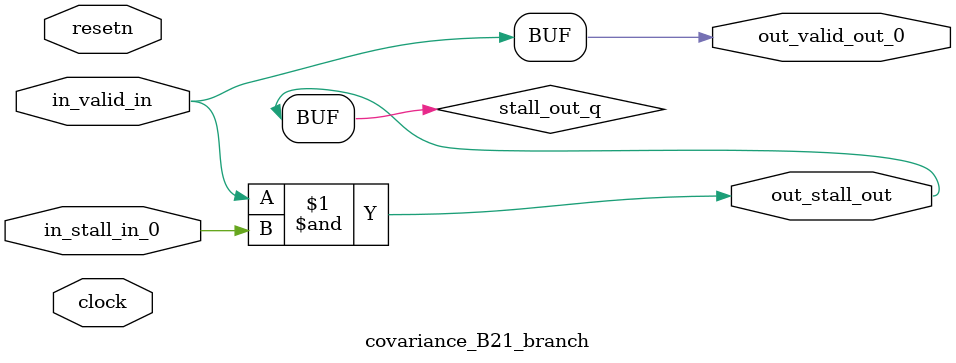
<source format=sv>



(* altera_attribute = "-name AUTO_SHIFT_REGISTER_RECOGNITION OFF; -name MESSAGE_DISABLE 10036; -name MESSAGE_DISABLE 10037; -name MESSAGE_DISABLE 14130; -name MESSAGE_DISABLE 14320; -name MESSAGE_DISABLE 15400; -name MESSAGE_DISABLE 14130; -name MESSAGE_DISABLE 10036; -name MESSAGE_DISABLE 12020; -name MESSAGE_DISABLE 12030; -name MESSAGE_DISABLE 12010; -name MESSAGE_DISABLE 12110; -name MESSAGE_DISABLE 14320; -name MESSAGE_DISABLE 13410; -name MESSAGE_DISABLE 113007; -name MESSAGE_DISABLE 10958" *)
module covariance_B21_branch (
    input wire [0:0] in_stall_in_0,
    input wire [0:0] in_valid_in,
    output wire [0:0] out_stall_out,
    output wire [0:0] out_valid_out_0,
    input wire clock,
    input wire resetn
    );

    wire [0:0] stall_out_q;


    // stall_out(LOGICAL,6)
    assign stall_out_q = in_valid_in & in_stall_in_0;

    // out_stall_out(GPOUT,4)
    assign out_stall_out = stall_out_q;

    // out_valid_out_0(GPOUT,5)
    assign out_valid_out_0 = in_valid_in;

endmodule

</source>
